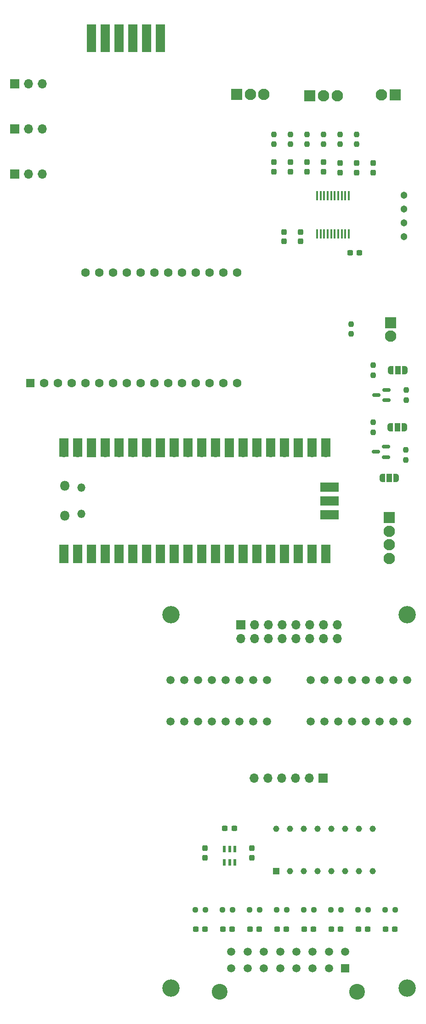
<source format=gbr>
%TF.GenerationSoftware,KiCad,Pcbnew,(6.0.7)*%
%TF.CreationDate,2023-09-07T13:48:48+01:00*%
%TF.ProjectId,CCC_rig_controller,4343435f-7269-4675-9f63-6f6e74726f6c,rev?*%
%TF.SameCoordinates,Original*%
%TF.FileFunction,Soldermask,Top*%
%TF.FilePolarity,Negative*%
%FSLAX46Y46*%
G04 Gerber Fmt 4.6, Leading zero omitted, Abs format (unit mm)*
G04 Created by KiCad (PCBNEW (6.0.7)) date 2023-09-07 13:48:48*
%MOMM*%
%LPD*%
G01*
G04 APERTURE LIST*
G04 Aperture macros list*
%AMRoundRect*
0 Rectangle with rounded corners*
0 $1 Rounding radius*
0 $2 $3 $4 $5 $6 $7 $8 $9 X,Y pos of 4 corners*
0 Add a 4 corners polygon primitive as box body*
4,1,4,$2,$3,$4,$5,$6,$7,$8,$9,$2,$3,0*
0 Add four circle primitives for the rounded corners*
1,1,$1+$1,$2,$3*
1,1,$1+$1,$4,$5*
1,1,$1+$1,$6,$7*
1,1,$1+$1,$8,$9*
0 Add four rect primitives between the rounded corners*
20,1,$1+$1,$2,$3,$4,$5,0*
20,1,$1+$1,$4,$5,$6,$7,0*
20,1,$1+$1,$6,$7,$8,$9,0*
20,1,$1+$1,$8,$9,$2,$3,0*%
%AMFreePoly0*
4,1,22,0.550000,-0.750000,0.000000,-0.750000,0.000000,-0.745033,-0.079941,-0.743568,-0.215256,-0.701293,-0.333266,-0.622738,-0.424486,-0.514219,-0.481581,-0.384460,-0.499164,-0.250000,-0.500000,-0.250000,-0.500000,0.250000,-0.499164,0.250000,-0.499963,0.256109,-0.478152,0.396186,-0.417904,0.524511,-0.324060,0.630769,-0.204165,0.706417,-0.067858,0.745374,0.000000,0.744959,0.000000,0.750000,
0.550000,0.750000,0.550000,-0.750000,0.550000,-0.750000,$1*%
%AMFreePoly1*
4,1,20,0.000000,0.744959,0.073905,0.744508,0.209726,0.703889,0.328688,0.626782,0.421226,0.519385,0.479903,0.390333,0.500000,0.250000,0.500000,-0.250000,0.499851,-0.262216,0.476331,-0.402017,0.414519,-0.529596,0.319384,-0.634700,0.198574,-0.708877,0.061801,-0.746166,0.000000,-0.745033,0.000000,-0.750000,-0.550000,-0.750000,-0.550000,0.750000,0.000000,0.750000,0.000000,0.744959,
0.000000,0.744959,$1*%
G04 Aperture macros list end*
%ADD10R,0.600000X1.200000*%
%ADD11C,3.200000*%
%ADD12RoundRect,0.237500X0.300000X0.237500X-0.300000X0.237500X-0.300000X-0.237500X0.300000X-0.237500X0*%
%ADD13RoundRect,0.237500X0.250000X0.237500X-0.250000X0.237500X-0.250000X-0.237500X0.250000X-0.237500X0*%
%ADD14C,1.500000*%
%ADD15R,1.159000X1.159000*%
%ADD16C,1.159000*%
%ADD17R,1.520000X1.520000*%
%ADD18C,1.520000*%
%ADD19C,2.910000*%
%ADD20RoundRect,0.237500X0.237500X-0.300000X0.237500X0.300000X-0.237500X0.300000X-0.237500X-0.300000X0*%
%ADD21R,1.700000X1.700000*%
%ADD22O,1.700000X1.700000*%
%ADD23RoundRect,0.237500X-0.300000X-0.237500X0.300000X-0.237500X0.300000X0.237500X-0.300000X0.237500X0*%
%ADD24R,1.651000X5.080000*%
%ADD25RoundRect,0.237500X-0.237500X0.300000X-0.237500X-0.300000X0.237500X-0.300000X0.237500X0.300000X0*%
%ADD26RoundRect,0.150000X0.587500X0.150000X-0.587500X0.150000X-0.587500X-0.150000X0.587500X-0.150000X0*%
%ADD27RoundRect,0.237500X0.237500X-0.250000X0.237500X0.250000X-0.237500X0.250000X-0.237500X-0.250000X0*%
%ADD28RoundRect,0.237500X-0.237500X0.250000X-0.237500X-0.250000X0.237500X-0.250000X0.237500X0.250000X0*%
%ADD29C,1.303000*%
%ADD30R,2.100000X2.100000*%
%ADD31C,2.100000*%
%ADD32R,1.600000X1.600000*%
%ADD33C,1.600000*%
%ADD34FreePoly0,0.000000*%
%ADD35R,1.000000X1.500000*%
%ADD36FreePoly1,0.000000*%
%ADD37R,3.500000X1.700000*%
%ADD38R,1.700000X3.500000*%
%ADD39O,1.800000X1.800000*%
%ADD40O,1.500000X1.500000*%
%ADD41R,0.450000X1.705000*%
G04 APERTURE END LIST*
D10*
%TO.C,IC2*%
X55135800Y-167735800D03*
X56085800Y-167735800D03*
X57035800Y-167735800D03*
X57035800Y-165235800D03*
X56085800Y-165235800D03*
X55135800Y-165235800D03*
%TD*%
D11*
%TO.C,NPTH_0*%
X45285800Y-122185800D03*
%TD*%
D12*
%TO.C,C13*%
X61548300Y-179941800D03*
X59823300Y-179941800D03*
%TD*%
D13*
%TO.C,R14*%
X61598300Y-176385800D03*
X59773300Y-176385800D03*
%TD*%
D14*
%TO.C,S1*%
X45205900Y-141807200D03*
X45205900Y-134187200D03*
X47745900Y-141807200D03*
X47745900Y-134187200D03*
X50285900Y-141807200D03*
X50285900Y-134187200D03*
X52825900Y-141807200D03*
X52825900Y-134187200D03*
X55365900Y-141807200D03*
X55365900Y-134187200D03*
X57905900Y-141807200D03*
X57905900Y-134187200D03*
X60445900Y-141807200D03*
X60445900Y-134187200D03*
X62985900Y-141807200D03*
X62985900Y-134187200D03*
%TD*%
%TO.C,S2*%
X70985900Y-141807200D03*
X70985900Y-134187200D03*
X73525900Y-141807200D03*
X73525900Y-134187200D03*
X76065900Y-141807200D03*
X76065900Y-134187200D03*
X78605900Y-141807200D03*
X78605900Y-134187200D03*
X81145900Y-141807200D03*
X81145900Y-134187200D03*
X83685900Y-141807200D03*
X83685900Y-134187200D03*
X86225900Y-141807200D03*
X86225900Y-134187200D03*
X88765900Y-141807200D03*
X88765900Y-134187200D03*
%TD*%
D12*
%TO.C,C14*%
X66548300Y-179941800D03*
X64823300Y-179941800D03*
%TD*%
%TO.C,C18*%
X86548300Y-179941800D03*
X84823300Y-179941800D03*
%TD*%
D15*
%TO.C,IC3*%
X64699800Y-169334200D03*
D16*
X67239800Y-169334200D03*
X69779800Y-169334200D03*
X72319800Y-169334200D03*
X74859800Y-169334200D03*
X77399800Y-169334200D03*
X79939800Y-169334200D03*
X82479800Y-169334200D03*
X82479800Y-161524200D03*
X79939800Y-161524200D03*
X77399800Y-161524200D03*
X74859800Y-161524200D03*
X72319800Y-161524200D03*
X69779800Y-161524200D03*
X67239800Y-161524200D03*
X64699800Y-161524200D03*
%TD*%
D12*
%TO.C,C17*%
X81548300Y-179941800D03*
X79823300Y-179941800D03*
%TD*%
D13*
%TO.C,R15*%
X66598300Y-176385800D03*
X64773300Y-176385800D03*
%TD*%
%TO.C,R18*%
X81598300Y-176385800D03*
X79773300Y-176385800D03*
%TD*%
D12*
%TO.C,C11*%
X51548300Y-179941800D03*
X49823300Y-179941800D03*
%TD*%
D13*
%TO.C,R19*%
X86598300Y-176385800D03*
X84773300Y-176385800D03*
%TD*%
%TO.C,R17*%
X76598300Y-176385800D03*
X74773300Y-176385800D03*
%TD*%
%TO.C,R16*%
X71598300Y-176385800D03*
X69773300Y-176385800D03*
%TD*%
D17*
%TO.C,J9*%
X77389100Y-187157800D03*
D18*
X74389100Y-187157800D03*
X71389100Y-187157800D03*
X68389100Y-187157800D03*
X65389100Y-187157800D03*
X62389100Y-187157800D03*
X59389100Y-187157800D03*
X56389100Y-187157800D03*
X77389100Y-184157800D03*
X74389100Y-184157800D03*
X71389100Y-184157800D03*
X68389100Y-184157800D03*
X65389100Y-184157800D03*
X62389100Y-184157800D03*
X59389100Y-184157800D03*
X56389100Y-184157800D03*
D19*
X79539100Y-191477800D03*
X54239100Y-191477800D03*
%TD*%
D11*
%TO.C,NPTH_2*%
X45285800Y-190785800D03*
%TD*%
%TO.C,NPTH_1*%
X88785800Y-122185800D03*
%TD*%
D12*
%TO.C,C16*%
X76548300Y-179941800D03*
X74823300Y-179941800D03*
%TD*%
D20*
%TO.C,C19*%
X60149800Y-166840300D03*
X60149800Y-165115300D03*
%TD*%
D21*
%TO.C,J10*%
X73310900Y-152221200D03*
D22*
X70770900Y-152221200D03*
X68230900Y-152221200D03*
X65690900Y-152221200D03*
X63150900Y-152221200D03*
X60610900Y-152221200D03*
%TD*%
D13*
%TO.C,R12*%
X51598300Y-176385800D03*
X49773300Y-176385800D03*
%TD*%
D12*
%TO.C,C12*%
X56548300Y-179941800D03*
X54823300Y-179941800D03*
%TD*%
D23*
%TO.C,C21*%
X55223300Y-161405800D03*
X56948300Y-161405800D03*
%TD*%
D13*
%TO.C,R13*%
X56598300Y-176385800D03*
X54773300Y-176385800D03*
%TD*%
D20*
%TO.C,C20*%
X51513800Y-166840300D03*
X51513800Y-165115300D03*
%TD*%
D12*
%TO.C,C15*%
X71548300Y-179941800D03*
X69823300Y-179941800D03*
%TD*%
D11*
%TO.C,NPTH_3*%
X88785800Y-190785800D03*
%TD*%
D21*
%TO.C,J11*%
X58110900Y-124032200D03*
D22*
X58110900Y-126572200D03*
X60650900Y-124032200D03*
X60650900Y-126572200D03*
X63190900Y-124032200D03*
X63190900Y-126572200D03*
X65730900Y-124032200D03*
X65730900Y-126572200D03*
X68270900Y-124032200D03*
X68270900Y-126572200D03*
X70810900Y-124032200D03*
X70810900Y-126572200D03*
X73350900Y-124032200D03*
X73350900Y-126572200D03*
X75890900Y-124032200D03*
X75890900Y-126572200D03*
%TD*%
D24*
%TO.C,J5*%
X43350000Y-16160000D03*
X40810000Y-16160000D03*
X38270000Y-16160000D03*
X35730000Y-16160000D03*
X33190000Y-16160000D03*
X30650000Y-16160000D03*
%TD*%
D20*
%TO.C,C10*%
X66080000Y-53476300D03*
X66080000Y-51751300D03*
%TD*%
D25*
%TO.C,C7*%
X82488000Y-39100800D03*
X82488000Y-40825800D03*
%TD*%
D20*
%TO.C,C6*%
X64200000Y-40672300D03*
X64200000Y-38947300D03*
%TD*%
%TO.C,C3*%
X70296000Y-40672300D03*
X70296000Y-38947300D03*
%TD*%
%TO.C,C2*%
X73344000Y-40672300D03*
X73344000Y-38947300D03*
%TD*%
%TO.C,C1*%
X76392000Y-40825800D03*
X76392000Y-39100800D03*
%TD*%
D26*
%TO.C,Q1*%
X84961500Y-82730800D03*
X84961500Y-80830800D03*
X83086500Y-81780800D03*
%TD*%
D27*
%TO.C,R7*%
X67248000Y-35642300D03*
X67248000Y-33817300D03*
%TD*%
D20*
%TO.C,C4*%
X67248000Y-40672300D03*
X67248000Y-38947300D03*
%TD*%
D28*
%TO.C,R9*%
X82500000Y-76296300D03*
X82500000Y-78121300D03*
%TD*%
D29*
%TO.C,PS1*%
X88242000Y-52669800D03*
X88242000Y-50129800D03*
X88242000Y-47589800D03*
X88242000Y-45049800D03*
%TD*%
D21*
%TO.C,U2*%
X16500000Y-32794400D03*
D22*
X19040000Y-32794400D03*
X21580000Y-32794400D03*
%TD*%
D21*
%TO.C,U4*%
X16500000Y-24494400D03*
D22*
X19040000Y-24494400D03*
X21580000Y-24494400D03*
%TD*%
D30*
%TO.C,J8*%
X85500000Y-104288800D03*
D31*
X85500000Y-106788800D03*
X85500000Y-109288800D03*
X85500000Y-111788800D03*
%TD*%
D28*
%TO.C,R4*%
X64200000Y-33817300D03*
X64200000Y-35642300D03*
%TD*%
%TO.C,R3*%
X70296000Y-33817300D03*
X70296000Y-35642300D03*
%TD*%
D27*
%TO.C,R5*%
X79440000Y-35642300D03*
X79440000Y-33817300D03*
%TD*%
D21*
%TO.C,U3*%
X16500000Y-41094400D03*
D22*
X19040000Y-41094400D03*
X21580000Y-41094400D03*
%TD*%
D27*
%TO.C,R6*%
X73344000Y-35642300D03*
X73344000Y-33817300D03*
%TD*%
D32*
%TO.C,A1*%
X19360000Y-79520000D03*
D33*
X21900000Y-79520000D03*
X24440000Y-79520000D03*
X26980000Y-79520000D03*
X29520000Y-79520000D03*
X32060000Y-79520000D03*
X34600000Y-79520000D03*
X37140000Y-79520000D03*
X39680000Y-79520000D03*
X42220000Y-79520000D03*
X44760000Y-79520000D03*
X47300000Y-79520000D03*
X49840000Y-79520000D03*
X52380000Y-79520000D03*
X54920000Y-79520000D03*
X57460000Y-79520000D03*
X57460000Y-59200000D03*
X54920000Y-59200000D03*
X52380000Y-59200000D03*
X49840000Y-59200000D03*
X47300000Y-59200000D03*
X44760000Y-59200000D03*
X42220000Y-59200000D03*
X39680000Y-59200000D03*
X37140000Y-59200000D03*
X34600000Y-59200000D03*
X32060000Y-59200000D03*
X29520000Y-59200000D03*
%TD*%
D34*
%TO.C,JP1*%
X85772000Y-77208800D03*
D35*
X87072000Y-77208800D03*
D36*
X88372000Y-77208800D03*
%TD*%
D22*
%TO.C,U1*%
X73600000Y-98654400D03*
D37*
X74500000Y-98654400D03*
X74500000Y-101194400D03*
D21*
X73600000Y-101194400D03*
D37*
X74500000Y-103734400D03*
D22*
X73600000Y-103734400D03*
X25570000Y-92304400D03*
D38*
X25570000Y-91404400D03*
D22*
X28110000Y-92304400D03*
D38*
X28110000Y-91404400D03*
D21*
X30650000Y-92304400D03*
D38*
X30650000Y-91404400D03*
X33190000Y-91404400D03*
D22*
X33190000Y-92304400D03*
D38*
X35730000Y-91404400D03*
D22*
X35730000Y-92304400D03*
X38270000Y-92304400D03*
D38*
X38270000Y-91404400D03*
X40810000Y-91404400D03*
D22*
X40810000Y-92304400D03*
D21*
X43350000Y-92304400D03*
D38*
X43350000Y-91404400D03*
X45890000Y-91404400D03*
D22*
X45890000Y-92304400D03*
X48430000Y-92304400D03*
D38*
X48430000Y-91404400D03*
D22*
X50970000Y-92304400D03*
D38*
X50970000Y-91404400D03*
X53510000Y-91404400D03*
D22*
X53510000Y-92304400D03*
D38*
X56050000Y-91404400D03*
D21*
X56050000Y-92304400D03*
D38*
X58590000Y-91404400D03*
D22*
X58590000Y-92304400D03*
D38*
X61130000Y-91404400D03*
D22*
X61130000Y-92304400D03*
D38*
X63670000Y-91404400D03*
D22*
X63670000Y-92304400D03*
X66210000Y-92304400D03*
D38*
X66210000Y-91404400D03*
D21*
X68750000Y-92304400D03*
D38*
X68750000Y-91404400D03*
D22*
X71290000Y-92304400D03*
D38*
X71290000Y-91404400D03*
X73830000Y-91404400D03*
D22*
X73830000Y-92304400D03*
X73830000Y-110084400D03*
D38*
X73830000Y-110984400D03*
D22*
X71290000Y-110084400D03*
D38*
X71290000Y-110984400D03*
D21*
X68750000Y-110084400D03*
D38*
X68750000Y-110984400D03*
D22*
X66210000Y-110084400D03*
D38*
X66210000Y-110984400D03*
D22*
X63670000Y-110084400D03*
D38*
X63670000Y-110984400D03*
X61130000Y-110984400D03*
D22*
X61130000Y-110084400D03*
X58590000Y-110084400D03*
D38*
X58590000Y-110984400D03*
D21*
X56050000Y-110084400D03*
D38*
X56050000Y-110984400D03*
X53510000Y-110984400D03*
D22*
X53510000Y-110084400D03*
D38*
X50970000Y-110984400D03*
D22*
X50970000Y-110084400D03*
X48430000Y-110084400D03*
D38*
X48430000Y-110984400D03*
X45890000Y-110984400D03*
D22*
X45890000Y-110084400D03*
D38*
X43350000Y-110984400D03*
D21*
X43350000Y-110084400D03*
D22*
X40810000Y-110084400D03*
D38*
X40810000Y-110984400D03*
D22*
X38270000Y-110084400D03*
D38*
X38270000Y-110984400D03*
D22*
X35730000Y-110084400D03*
D38*
X35730000Y-110984400D03*
D22*
X33190000Y-110084400D03*
D38*
X33190000Y-110984400D03*
X30650000Y-110984400D03*
D21*
X30650000Y-110084400D03*
D38*
X28110000Y-110984400D03*
D22*
X28110000Y-110084400D03*
X25570000Y-110084400D03*
D38*
X25570000Y-110984400D03*
D39*
X25700000Y-103919400D03*
D40*
X28730000Y-98769400D03*
X28730000Y-103619400D03*
D39*
X25700000Y-98469400D03*
%TD*%
D34*
%TO.C,JP2*%
X84200000Y-97038800D03*
D35*
X85500000Y-97038800D03*
D36*
X86800000Y-97038800D03*
%TD*%
D28*
%TO.C,R11*%
X82500000Y-86796300D03*
X82500000Y-88621300D03*
%TD*%
%TO.C,R1*%
X78500000Y-68713800D03*
X78500000Y-70538800D03*
%TD*%
%TO.C,R2*%
X76392000Y-33817300D03*
X76392000Y-35642300D03*
%TD*%
D27*
%TO.C,R8*%
X88596000Y-82693300D03*
X88596000Y-80868300D03*
%TD*%
D12*
%TO.C,C9*%
X79990500Y-55613800D03*
X78265500Y-55613800D03*
%TD*%
D30*
%TO.C,J4*%
X85725000Y-68463800D03*
D31*
X85725000Y-70963800D03*
%TD*%
D26*
%TO.C,Q2*%
X84937500Y-93158800D03*
X84937500Y-91258800D03*
X83062500Y-92208800D03*
%TD*%
D41*
%TO.C,IC1*%
X78053000Y-45115800D03*
X77403000Y-45115800D03*
X76753000Y-45115800D03*
X76103000Y-45115800D03*
X75453000Y-45115800D03*
X74803000Y-45115800D03*
X74153000Y-45115800D03*
X73503000Y-45115800D03*
X72853000Y-45115800D03*
X72203000Y-45115800D03*
X72203000Y-52111800D03*
X72853000Y-52111800D03*
X73503000Y-52111800D03*
X74153000Y-52111800D03*
X74803000Y-52111800D03*
X75453000Y-52111800D03*
X76103000Y-52111800D03*
X76753000Y-52111800D03*
X77403000Y-52111800D03*
X78053000Y-52111800D03*
%TD*%
D31*
%TO.C,J1*%
X84052000Y-26538800D03*
D30*
X86552000Y-26538800D03*
%TD*%
D20*
%TO.C,C8*%
X69128000Y-53476300D03*
X69128000Y-51751300D03*
%TD*%
D27*
%TO.C,R10*%
X88500000Y-93701300D03*
X88500000Y-91876300D03*
%TD*%
D25*
%TO.C,C5*%
X79440000Y-39100800D03*
X79440000Y-40825800D03*
%TD*%
D30*
%TO.C,J3*%
X57403000Y-26438800D03*
D31*
X59903000Y-26438800D03*
X62403000Y-26438800D03*
%TD*%
D34*
%TO.C,JP3*%
X85700000Y-87708800D03*
D35*
X87000000Y-87708800D03*
D36*
X88300000Y-87708800D03*
%TD*%
D31*
%TO.C,J2*%
X75884000Y-26688800D03*
X73384000Y-26688800D03*
D30*
X70884000Y-26688800D03*
%TD*%
M02*

</source>
